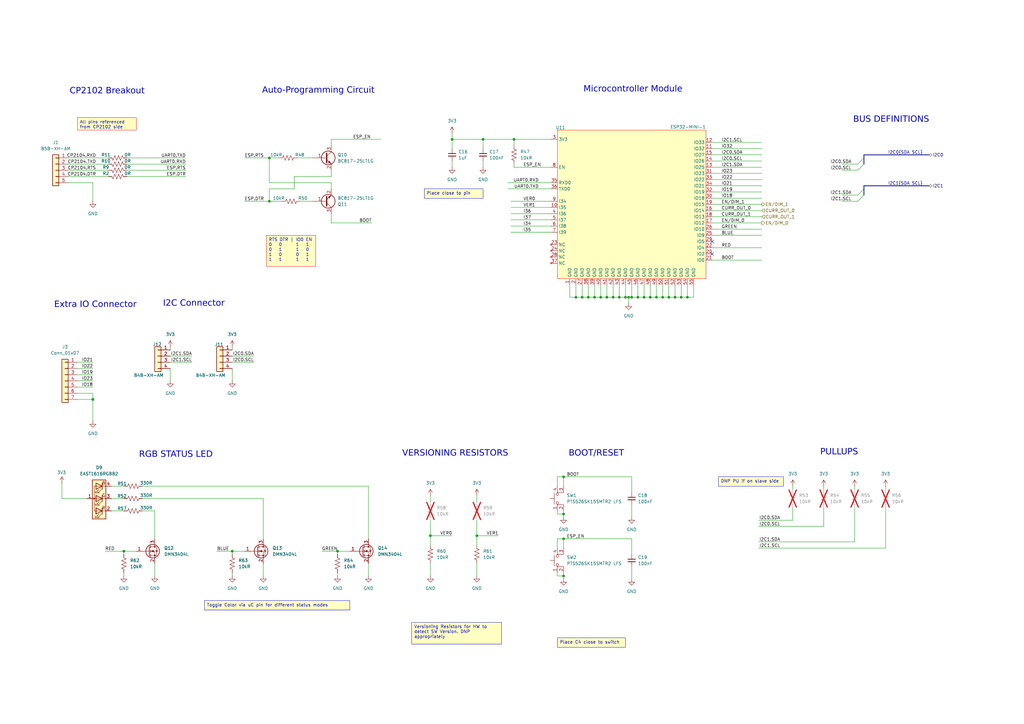
<source format=kicad_sch>
(kicad_sch (version 20231120) (generator "eeschema") (generator_version "8.0")
  (paper "A3")
  (title_block (title "${SHEETNAME}") (date "2024-11-13") (rev "1.2.0") (company "Demeter") (comment 1 "Akshat Doctor"))
  (lib_symbols
    (symbol "Connector_Generic:Conn_01x04" (pin_names (offset 1.016) hide)
      (property "Reference" "J" (at 0 5.08 0))
      (property "Value" "Conn_01x04" (at 0 -7.62 0))
      (symbol "Conn_01x04_1_1"
        (pin passive line (at -5.08 2.54 0) (length 3.81) (name "Pin_1") (number "1"))
        (pin passive line (at -5.08 0 0) (length 3.81) (name "Pin_2") (number "2"))
        (pin passive line (at -5.08 -2.54 0) (length 3.81) (name "Pin_3") (number "3"))
        (pin passive line (at -5.08 -5.08 0) (length 3.81) (name "Pin_4") (number "4"))
      )
    )
    (symbol "Connector_Generic:Conn_01x05" (pin_names (offset 1.016) hide)
      (property "Reference" "J" (at 0 7.62 0))
      (property "Value" "Conn_01x05" (at 0 -7.62 0))
      (symbol "Conn_01x05_1_1"
        (pin passive line (at -5.08 5.08 0) (length 3.81) (name "Pin_1") (number "1"))
        (pin passive line (at -5.08 2.54 0) (length 3.81) (name "Pin_2") (number "2"))
        (pin passive line (at -5.08 0 0) (length 3.81) (name "Pin_3") (number "3"))
        (pin passive line (at -5.08 -2.54 0) (length 3.81) (name "Pin_4") (number "4"))
        (pin passive line (at -5.08 -5.08 0) (length 3.81) (name "Pin_5") (number "5"))
      )
    )
    (symbol "Connector_Generic:Conn_01x07" (pin_names (offset 1.016) hide)
      (property "Reference" "J" (at 0 10.16 0))
      (property "Value" "Conn_01x07" (at 0 -10.16 0))
      (symbol "Conn_01x07_1_1"
        (pin passive line (at -5.08 7.62 0) (length 3.81) (name "Pin_1") (number "1"))
        (pin passive line (at -5.08 5.08 0) (length 3.81) (name "Pin_2") (number "2"))
        (pin passive line (at -5.08 2.54 0) (length 3.81) (name "Pin_3") (number "3"))
        (pin passive line (at -5.08 0 0) (length 3.81) (name "Pin_4") (number "4"))
        (pin passive line (at -5.08 -2.54 0) (length 3.81) (name "Pin_5") (number "5"))
        (pin passive line (at -5.08 -5.08 0) (length 3.81) (name "Pin_6") (number "6"))
        (pin passive line (at -5.08 -7.62 0) (length 3.81) (name "Pin_7") (number "7"))
      )
    )
    (symbol "Demeter_Extra:ESP32-MINI-1"
      (property "Reference" "U" (at 1.016 61.976 0))
      (property "Value" "ESP32-MINI-1" (at 53.594 61.976 0))
      (symbol "ESP32-MINI-1_1_1"
        (pin passive line (at 5.08 -2.54 90) (length 2.54) (name "GND") (number "1"))
        (pin passive line (at -2.54 29.21 0) (length 2.54) (name "I35") (number "10"))
        (pin passive line (at 63.5 53.34 180) (length 2.54) (name "IO32") (number "11"))
        (pin passive line (at 63.5 55.88 180) (length 2.54) (name "IO33") (number "12"))
        (pin passive line (at 63.5 45.72 180) (length 2.54) (name "IO25") (number "13"))
        (pin passive line (at 63.5 48.26 180) (length 2.54) (name "IO26") (number "14"))
        (pin passive line (at 63.5 50.8 180) (length 2.54) (name "IO27") (number "15"))
        (pin passive line (at 63.5 27.94 180) (length 2.54) (name "IO14") (number "16"))
        (pin passive line (at 63.5 22.86 180) (length 2.54) (name "IO12") (number "17"))
        (pin passive line (at 63.5 25.4 180) (length 2.54) (name "IO13") (number "18"))
        (pin passive line (at 63.5 30.48 180) (length 2.54) (name "IO15") (number "19"))
        (pin passive line (at 7.62 -2.54 90) (length 2.54) (name "GND") (number "2"))
        (pin passive line (at 63.5 10.16 180) (length 2.54) (name "IO2") (number "20"))
        (pin passive line (at 63.5 7.62 180) (length 2.54) (name "IO0") (number "21"))
        (pin passive line (at 63.5 12.7 180) (length 2.54) (name "IO4") (number "22"))
        (pin no_connect line (at -2.54 13.97 0) (length 2.54) (name "NC") (number "23"))
        (pin no_connect line (at -2.54 11.43 0) (length 2.54) (name "NC") (number "24"))
        (pin passive line (at 63.5 17.78 180) (length 2.54) (name "IO9") (number "25"))
        (pin passive line (at 63.5 20.32 180) (length 2.54) (name "IO10") (number "26"))
        (pin passive line (at 10.16 -2.54 90) (length 2.54) (name "GND") (number "27"))
        (pin no_connect line (at -2.54 8.89 0) (length 2.54) (name "NC") (number "28"))
        (pin passive line (at 63.5 15.24 180) (length 2.54) (name "IO5") (number "29"))
        (pin passive line (at -2.54 57.15 0) (length 2.54) (name "3V3") (number "3"))
        (pin passive line (at 63.5 33.02 180) (length 2.54) (name "IO18") (number "30"))
        (pin passive line (at 63.5 43.18 180) (length 2.54) (name "IO23") (number "31"))
        (pin passive line (at 63.5 35.56 180) (length 2.54) (name "IO19") (number "32"))
        (pin passive line (at 63.5 40.64 180) (length 2.54) (name "IO22") (number "33"))
        (pin passive line (at 63.5 38.1 180) (length 2.54) (name "IO21") (number "34"))
        (pin passive line (at -2.54 39.37 0) (length 2.54) (name "RXD0") (number "35"))
        (pin passive line (at -2.54 36.83 0) (length 2.54) (name "TXD0") (number "36"))
        (pin no_connect line (at -2.54 6.35 0) (length 2.54) (name "NC") (number "37"))
        (pin passive line (at 12.7 -2.54 90) (length 2.54) (name "GND") (number "38"))
        (pin passive line (at 15.24 -2.54 90) (length 2.54) (name "GND") (number "39"))
        (pin passive line (at -2.54 26.67 0) (length 2.54) (name "I36") (number "4"))
        (pin passive line (at 17.78 -2.54 90) (length 2.54) (name "GND") (number "40"))
        (pin passive line (at 20.32 -2.54 90) (length 2.54) (name "GND") (number "41"))
        (pin passive line (at 22.86 -2.54 90) (length 2.54) (name "GND") (number "42"))
        (pin passive line (at 25.4 -2.54 90) (length 2.54) (name "GND") (number "43"))
        (pin passive line (at 27.94 -2.54 90) (length 2.54) (name "GND") (number "44"))
        (pin passive line (at 30.48 -2.54 90) (length 2.54) (name "GND") (number "45"))
        (pin passive line (at 33.02 -2.54 90) (length 2.54) (name "GND") (number "46"))
        (pin passive line (at 35.56 -2.54 90) (length 2.54) (name "GND") (number "47"))
        (pin passive line (at 38.1 -2.54 90) (length 2.54) (name "GND") (number "48"))
        (pin passive line (at 40.64 -2.54 90) (length 2.54) (name "GND") (number "49"))
        (pin passive line (at -2.54 24.13 0) (length 2.54) (name "I37") (number "5"))
        (pin passive line (at 43.18 -2.54 90) (length 2.54) (name "GND") (number "50"))
        (pin passive line (at 45.72 -2.54 90) (length 2.54) (name "GND") (number "51"))
        (pin passive line (at 48.26 -2.54 90) (length 2.54) (name "GND") (number "52"))
        (pin passive line (at 50.8 -2.54 90) (length 2.54) (name "GND") (number "53"))
        (pin passive line (at 53.34 -2.54 90) (length 2.54) (name "GND") (number "54"))
        (pin passive line (at 55.88 -2.54 90) (length 2.54) (name "GND") (number "55"))
        (pin passive line (at -2.54 21.59 0) (length 2.54) (name "I38") (number "6"))
        (pin passive line (at -2.54 19.05 0) (length 2.54) (name "I39") (number "7"))
        (pin passive line (at -2.54 45.72 0) (length 2.54) (name "EN") (number "8"))
        (pin passive line (at -2.54 31.75 0) (length 2.54) (name "I34") (number "9"))
      )
    )
    (symbol "Device:C_Small" (pin_numbers hide) (pin_names (offset 0.254) hide)
      (property "Reference" "C" (at 0.254 1.778 0))
      (property "Value" "C_Small" (at 0.254 -2.032 0))
      (symbol "C_Small_1_1"
        (pin passive line (at 0 2.54 270) (length 2.032) (name "~") (number "1"))
        (pin passive line (at 0 -2.54 90) (length 2.032) (name "~") (number "2"))
      )
    )
    (symbol "Device:LED_ARGB" (pin_names (offset 0) hide)
      (property "Reference" "D" (at 0 9.398 0))
      (property "Value" "LED_ARGB" (at 0 -8.89 0))
      (symbol "LED_ARGB_0_0"
        (text "B" (at -1.905 -6.35 0) (effects (font (size 1.27 1.27))))
        (text "G" (at -1.905 -1.27 0) (effects (font (size 1.27 1.27))))
        (text "R" (at -1.905 3.81 0) (effects (font (size 1.27 1.27))))
      )
      (symbol "LED_ARGB_1_1"
        (pin passive line (at 5.08 0 180) (length 2.54) (name "A") (number "1"))
        (pin passive line (at -5.08 5.08 0) (length 2.54) (name "RK") (number "2"))
        (pin passive line (at -5.08 0 0) (length 2.54) (name "GK") (number "3"))
        (pin passive line (at -5.08 -5.08 0) (length 2.54) (name "BK") (number "4"))
      )
    )
    (symbol "Device:R_US" (pin_numbers hide) (pin_names (offset 0))
      (property "Reference" "R" (at 2.54 0 90))
      (property "Value" "R_US" (at -2.54 0 90))
      (symbol "R_US_1_1"
        (pin passive line (at 0 3.81 270) (length 1.27) (name "~") (number "1"))
        (pin passive line (at 0 -3.81 90) (length 1.27) (name "~") (number "2"))
      )
    )
    (symbol "Switch:SW_MEC_5E" (pin_names (offset 1.016) hide)
      (property "Reference" "SW" (at 0.635 5.715 0))
      (property "Value" "SW_MEC_5E" (at 0 -3.175 0))
      (symbol "SW_MEC_5E_0_1"
        (pin passive line (at -5.08 2.54 0) (length 2.54) (name "1") (number "1"))
        (pin passive line (at -5.08 0 0) (length 2.54) (name "2") (number "2"))
        (pin passive line (at 5.08 0 180) (length 2.54) (name "K") (number "3"))
        (pin passive line (at 5.08 2.54 180) (length 2.54) (name "A") (number "4"))
      )
    )
    (symbol "Transistor_BJT:BC817" (pin_names (offset 0) hide)
      (property "Reference" "Q" (at 5.08 1.905 0))
      (property "Value" "BC817" (at 5.08 0 0))
      (symbol "BC817_1_1"
        (pin input line (at -5.08 0 0) (length 5.715) (name "B") (number "1"))
        (pin passive line (at 2.54 -5.08 90) (length 2.54) (name "E") (number "2"))
        (pin passive line (at 2.54 5.08 270) (length 2.54) (name "C") (number "3"))
      )
    )
    (symbol "Transistor_FET:DMN3404L" (pin_names hide)
      (property "Reference" "Q" (at 5.08 1.905 0))
      (property "Value" "DMN3404L" (at 5.08 0 0))
      (symbol "DMN3404L_1_1"
        (pin input line (at -5.08 0 0) (length 2.54) (name "G") (number "1"))
        (pin passive line (at 2.54 -5.08 90) (length 2.54) (name "S") (number "2"))
        (pin passive line (at 2.54 5.08 270) (length 2.54) (name "D") (number "3"))
      )
    )
    (symbol "power:+3V3" (power) (pin_numbers hide) (pin_names (offset 0) hide)
      (property "Value" "+3V3" (at 0 3.556 0))
      (symbol "+3V3_1_1"
        (pin power_in line (at 0 0 90) (length 0) (name "~") (number "1"))
      )
    )
    (symbol "power:GND" (power) (pin_numbers hide) (pin_names (offset 0) hide)
      (property "Value" "GND" (at 0 -3.81 0))
      (symbol "GND_1_1"
        (pin power_in line (at 0 0 270) (length 0) (name "~") (number "1"))
      )
    )
    (symbol "power:VBUS" (power) (pin_numbers hide) (pin_names (offset 0) hide)
      (property "Value" "VBUS" (at 0 3.556 0))
      (symbol "VBUS_1_1"
        (pin power_in line (at 0 0 90) (length 0) (name "~") (number "1"))
      )
    )
  )
  (junction (at 231.14 210.82))
  (junction (at 251.46 121.92))
  (junction (at 138.43 226.06))
  (junction (at 241.3 121.92))
  (junction (at 185.42 57.15))
  (junction (at 269.24 121.92))
  (junction (at 243.84 121.92))
  (junction (at 257.81 121.92))
  (junction (at 50.8 226.06))
  (junction (at 210.82 57.15))
  (junction (at 266.7 121.92))
  (junction (at 281.94 121.92))
  (junction (at 231.14 195.58))
  (junction (at 176.53 219.71))
  (junction (at 259.08 121.92))
  (junction (at 110.49 64.77))
  (junction (at 274.32 121.92))
  (junction (at 238.76 121.92))
  (junction (at 198.12 57.15))
  (junction (at 256.54 121.92))
  (junction (at 246.38 121.92))
  (junction (at 279.4 121.92))
  (junction (at 261.62 121.92))
  (junction (at 254 121.92))
  (junction (at 276.86 121.92))
  (junction (at 231.14 220.98))
  (junction (at 264.16 121.92))
  (junction (at 110.49 82.55))
  (junction (at 195.58 219.71))
  (junction (at 271.78 121.92))
  (junction (at 231.14 236.22))
  (junction (at 95.25 226.06))
  (junction (at 248.92 121.92))
  (junction (at 38.1 163.83))
  (junction (at 236.22 121.92))
  (no_connect (at 292.1 99.06))
  (no_connect (at 292.1 104.14))
  (bus_entry (at 354.33 77.47) (size -2.54 2.54))
  (bus_entry (at 354.33 64.77) (size -2.54 2.54))
  (bus_entry (at 354.33 67.31) (size -2.54 2.54))
  (bus_entry (at 354.33 80.01) (size -2.54 2.54))
  (wire (pts (xy 38.1 161.29) (xy 38.1 163.83)))
  (wire (pts (xy 228.6 209.55) (xy 228.6 210.82)))
  (wire (pts (xy 264.16 121.92) (xy 266.7 121.92)))
  (wire (pts (xy 45.72 199.39) (xy 50.8 199.39)))
  (wire (pts (xy 236.22 121.92) (xy 238.76 121.92)))
  (wire (pts (xy 135.89 72.39) (xy 135.89 69.85)))
  (wire (pts (xy 311.15 215.9) (xy 337.82 215.9)))
  (wire (pts (xy 279.4 121.92) (xy 281.94 121.92)))
  (wire (pts (xy 292.1 101.6) (xy 312.42 101.6)))
  (wire (pts (xy 110.49 64.77) (xy 110.49 74.93)))
  (wire (pts (xy 259.08 195.58) (xy 259.08 201.93)))
  (wire (pts (xy 259.08 207.01) (xy 259.08 212.09)))
  (wire (pts (xy 246.38 121.92) (xy 248.92 121.92)))
  (wire (pts (xy 292.1 86.36) (xy 312.42 86.36)))
  (wire (pts (xy 261.62 121.92) (xy 264.16 121.92)))
  (wire (pts (xy 292.1 88.9) (xy 312.42 88.9)))
  (wire (pts (xy 95.25 142.24) (xy 95.25 143.51)))
  (wire (pts (xy 110.49 77.47) (xy 120.65 77.47)))
  (wire (pts (xy 45.72 209.55) (xy 50.8 209.55)))
  (wire (pts (xy 350.52 199.39) (xy 350.52 200.66)))
  (wire (pts (xy 209.55 90.17) (xy 226.06 90.17)))
  (wire (pts (xy 69.85 151.13) (xy 69.85 156.21)))
  (wire (pts (xy 345.44 69.85) (xy 351.79 69.85)))
  (wire (pts (xy 228.6 224.79) (xy 228.6 220.98)))
  (wire (pts (xy 195.58 231.14) (xy 195.58 236.22)))
  (wire (pts (xy 135.89 59.69) (xy 135.89 57.15)))
  (wire (pts (xy 31.75 153.67) (xy 38.1 153.67)))
  (wire (pts (xy 31.75 151.13) (xy 38.1 151.13)))
  (wire (pts (xy 78.74 148.59) (xy 69.85 148.59)))
  (wire (pts (xy 210.82 67.31) (xy 210.82 68.58)))
  (bus (pts (xy 354.33 77.47) (xy 354.33 80.01)))
  (wire (pts (xy 228.6 236.22) (xy 231.14 236.22)))
  (wire (pts (xy 176.53 203.2) (xy 176.53 205.74)))
  (wire (pts (xy 52.07 72.39) (xy 76.2 72.39)))
  (wire (pts (xy 121.92 64.77) (xy 128.27 64.77)))
  (wire (pts (xy 231.14 236.22) (xy 231.14 234.95)))
  (wire (pts (xy 107.95 231.14) (xy 107.95 236.22)))
  (bus (pts (xy 354.33 63.5) (xy 354.33 64.77)))
  (wire (pts (xy 254 121.92) (xy 256.54 121.92)))
  (wire (pts (xy 345.44 67.31) (xy 351.79 67.31)))
  (wire (pts (xy 210.82 68.58) (xy 226.06 68.58)))
  (wire (pts (xy 292.1 63.5) (xy 312.42 63.5)))
  (bus (pts (xy 354.33 76.2) (xy 381 76.2)))
  (wire (pts (xy 52.07 64.77) (xy 76.2 64.77)))
  (wire (pts (xy 231.14 199.39) (xy 231.14 195.58)))
  (wire (pts (xy 256.54 121.92) (xy 257.81 121.92)))
  (wire (pts (xy 195.58 203.2) (xy 195.58 205.74)))
  (wire (pts (xy 209.55 87.63) (xy 226.06 87.63)))
  (wire (pts (xy 210.82 57.15) (xy 210.82 59.69)))
  (wire (pts (xy 135.89 87.63) (xy 135.89 91.44)))
  (wire (pts (xy 63.5 231.14) (xy 63.5 236.22)))
  (wire (pts (xy 25.4 198.12) (xy 25.4 204.47)))
  (wire (pts (xy 138.43 226.06) (xy 138.43 227.33)))
  (wire (pts (xy 38.1 163.83) (xy 38.1 172.72)))
  (wire (pts (xy 276.86 121.92) (xy 279.4 121.92)))
  (wire (pts (xy 292.1 73.66) (xy 312.42 73.66)))
  (wire (pts (xy 292.1 60.96) (xy 312.42 60.96)))
  (bus (pts (xy 354.33 63.5) (xy 381 63.5)))
  (wire (pts (xy 52.07 67.31) (xy 76.2 67.31)))
  (wire (pts (xy 198.12 57.15) (xy 210.82 57.15)))
  (wire (pts (xy 27.94 67.31) (xy 44.45 67.31)))
  (wire (pts (xy 231.14 212.09) (xy 231.14 210.82)))
  (wire (pts (xy 95.25 234.95) (xy 95.25 236.22)))
  (wire (pts (xy 31.75 156.21) (xy 38.1 156.21)))
  (wire (pts (xy 243.84 121.92) (xy 246.38 121.92)))
  (wire (pts (xy 110.49 82.55) (xy 110.49 77.47)))
  (wire (pts (xy 292.1 78.74) (xy 312.42 78.74)))
  (wire (pts (xy 292.1 66.04) (xy 312.42 66.04)))
  (wire (pts (xy 185.42 57.15) (xy 198.12 57.15)))
  (wire (pts (xy 195.58 219.71) (xy 204.47 219.71)))
  (wire (pts (xy 266.7 116.84) (xy 266.7 121.92)))
  (wire (pts (xy 238.76 116.84) (xy 238.76 121.92)))
  (wire (pts (xy 107.95 204.47) (xy 107.95 220.98)))
  (wire (pts (xy 276.86 116.84) (xy 276.86 121.92)))
  (wire (pts (xy 50.8 226.06) (xy 50.8 227.33)))
  (wire (pts (xy 58.42 199.39) (xy 151.13 199.39)))
  (wire (pts (xy 350.52 222.25) (xy 350.52 208.28)))
  (wire (pts (xy 233.68 116.84) (xy 233.68 121.92)))
  (wire (pts (xy 269.24 116.84) (xy 269.24 121.92)))
  (wire (pts (xy 120.65 72.39) (xy 135.89 72.39)))
  (wire (pts (xy 95.25 226.06) (xy 100.33 226.06)))
  (wire (pts (xy 259.08 121.92) (xy 261.62 121.92)))
  (wire (pts (xy 271.78 121.92) (xy 274.32 121.92)))
  (wire (pts (xy 50.8 226.06) (xy 55.88 226.06)))
  (wire (pts (xy 292.1 96.52) (xy 312.42 96.52)))
  (wire (pts (xy 248.92 116.84) (xy 248.92 121.92)))
  (wire (pts (xy 110.49 74.93) (xy 135.89 74.93)))
  (wire (pts (xy 95.25 226.06) (xy 95.25 227.33)))
  (wire (pts (xy 311.15 213.36) (xy 325.12 213.36)))
  (wire (pts (xy 27.94 64.77) (xy 44.45 64.77)))
  (wire (pts (xy 246.38 116.84) (xy 246.38 121.92)))
  (wire (pts (xy 231.14 237.49) (xy 231.14 236.22)))
  (wire (pts (xy 292.1 83.82) (xy 312.42 83.82)))
  (wire (pts (xy 58.42 204.47) (xy 107.95 204.47)))
  (bus (pts (xy 354.33 64.77) (xy 354.33 67.31)))
  (wire (pts (xy 31.75 158.75) (xy 38.1 158.75)))
  (wire (pts (xy 241.3 121.92) (xy 243.84 121.92)))
  (wire (pts (xy 100.33 64.77) (xy 110.49 64.77)))
  (wire (pts (xy 292.1 93.98) (xy 312.42 93.98)))
  (wire (pts (xy 138.43 226.06) (xy 143.51 226.06)))
  (wire (pts (xy 228.6 220.98) (xy 231.14 220.98)))
  (wire (pts (xy 209.55 85.09) (xy 226.06 85.09)))
  (wire (pts (xy 135.89 91.44) (xy 152.4 91.44)))
  (wire (pts (xy 88.9 226.06) (xy 95.25 226.06)))
  (wire (pts (xy 176.53 219.71) (xy 185.42 219.71)))
  (wire (pts (xy 231.14 210.82) (xy 231.14 209.55)))
  (wire (pts (xy 281.94 121.92) (xy 284.48 121.92)))
  (wire (pts (xy 195.58 213.36) (xy 195.58 219.71)))
  (wire (pts (xy 363.22 199.39) (xy 363.22 200.66)))
  (wire (pts (xy 228.6 234.95) (xy 228.6 236.22)))
  (wire (pts (xy 337.82 199.39) (xy 337.82 200.66)))
  (wire (pts (xy 198.12 57.15) (xy 198.12 60.96)))
  (wire (pts (xy 78.74 146.05) (xy 69.85 146.05)))
  (wire (pts (xy 104.14 146.05) (xy 95.25 146.05)))
  (wire (pts (xy 123.19 82.55) (xy 128.27 82.55)))
  (wire (pts (xy 238.76 121.92) (xy 241.3 121.92)))
  (wire (pts (xy 259.08 220.98) (xy 259.08 227.33)))
  (wire (pts (xy 292.1 91.44) (xy 312.42 91.44)))
  (wire (pts (xy 176.53 213.36) (xy 176.53 219.71)))
  (wire (pts (xy 195.58 223.52) (xy 195.58 219.71)))
  (wire (pts (xy 208.28 74.93) (xy 226.06 74.93)))
  (wire (pts (xy 259.08 116.84) (xy 259.08 121.92)))
  (wire (pts (xy 31.75 148.59) (xy 38.1 148.59)))
  (wire (pts (xy 209.55 92.71) (xy 226.06 92.71)))
  (wire (pts (xy 210.82 57.15) (xy 226.06 57.15)))
  (wire (pts (xy 236.22 116.84) (xy 236.22 121.92)))
  (wire (pts (xy 228.6 199.39) (xy 228.6 195.58)))
  (wire (pts (xy 135.89 57.15) (xy 156.21 57.15)))
  (wire (pts (xy 104.14 148.59) (xy 95.25 148.59)))
  (wire (pts (xy 31.75 161.29) (xy 38.1 161.29)))
  (wire (pts (xy 292.1 76.2) (xy 312.42 76.2)))
  (wire (pts (xy 274.32 116.84) (xy 274.32 121.92)))
  (wire (pts (xy 45.72 204.47) (xy 50.8 204.47)))
  (wire (pts (xy 292.1 68.58) (xy 312.42 68.58)))
  (wire (pts (xy 185.42 66.04) (xy 185.42 68.58)))
  (wire (pts (xy 63.5 220.98) (xy 63.5 209.55)))
  (wire (pts (xy 256.54 116.84) (xy 256.54 121.92)))
  (wire (pts (xy 43.18 226.06) (xy 50.8 226.06)))
  (wire (pts (xy 208.28 77.47) (xy 226.06 77.47)))
  (wire (pts (xy 345.44 80.01) (xy 351.79 80.01)))
  (wire (pts (xy 228.6 195.58) (xy 231.14 195.58)))
  (wire (pts (xy 311.15 224.79) (xy 363.22 224.79)))
  (wire (pts (xy 176.53 219.71) (xy 176.53 223.52)))
  (wire (pts (xy 38.1 74.93) (xy 38.1 82.55)))
  (wire (pts (xy 241.3 116.84) (xy 241.3 121.92)))
  (wire (pts (xy 284.48 121.92) (xy 284.48 116.84)))
  (wire (pts (xy 231.14 224.79) (xy 231.14 220.98)))
  (wire (pts (xy 264.16 116.84) (xy 264.16 121.92)))
  (wire (pts (xy 271.78 116.84) (xy 271.78 121.92)))
  (wire (pts (xy 248.92 121.92) (xy 251.46 121.92)))
  (wire (pts (xy 69.85 142.24) (xy 69.85 143.51)))
  (wire (pts (xy 185.42 57.15) (xy 185.42 60.96)))
  (wire (pts (xy 274.32 121.92) (xy 276.86 121.92)))
  (wire (pts (xy 231.14 195.58) (xy 259.08 195.58)))
  (wire (pts (xy 311.15 222.25) (xy 350.52 222.25)))
  (wire (pts (xy 257.81 121.92) (xy 259.08 121.92)))
  (wire (pts (xy 198.12 66.04) (xy 198.12 68.58)))
  (wire (pts (xy 259.08 232.41) (xy 259.08 237.49)))
  (wire (pts (xy 292.1 81.28) (xy 312.42 81.28)))
  (wire (pts (xy 251.46 121.92) (xy 254 121.92)))
  (wire (pts (xy 325.12 213.36) (xy 325.12 208.28)))
  (wire (pts (xy 269.24 121.92) (xy 271.78 121.92)))
  (wire (pts (xy 281.94 116.84) (xy 281.94 121.92)))
  (wire (pts (xy 138.43 234.95) (xy 138.43 236.22)))
  (wire (pts (xy 120.65 77.47) (xy 120.65 72.39)))
  (wire (pts (xy 243.84 116.84) (xy 243.84 121.92)))
  (wire (pts (xy 100.33 82.55) (xy 110.49 82.55)))
  (wire (pts (xy 228.6 210.82) (xy 231.14 210.82)))
  (bus (pts (xy 354.33 76.2) (xy 354.33 77.47)))
  (wire (pts (xy 27.94 69.85) (xy 44.45 69.85)))
  (wire (pts (xy 345.44 82.55) (xy 351.79 82.55)))
  (wire (pts (xy 176.53 231.14) (xy 176.53 236.22)))
  (wire (pts (xy 261.62 116.84) (xy 261.62 121.92)))
  (wire (pts (xy 35.56 204.47) (xy 25.4 204.47)))
  (wire (pts (xy 209.55 82.55) (xy 226.06 82.55)))
  (wire (pts (xy 132.08 226.06) (xy 138.43 226.06)))
  (wire (pts (xy 151.13 231.14) (xy 151.13 236.22)))
  (wire (pts (xy 58.42 209.55) (xy 63.5 209.55)))
  (wire (pts (xy 27.94 74.93) (xy 38.1 74.93)))
  (wire (pts (xy 151.13 199.39) (xy 151.13 220.98)))
  (wire (pts (xy 31.75 163.83) (xy 38.1 163.83)))
  (wire (pts (xy 231.14 220.98) (xy 259.08 220.98)))
  (wire (pts (xy 363.22 208.28) (xy 363.22 224.79)))
  (wire (pts (xy 114.3 64.77) (xy 110.49 64.77)))
  (wire (pts (xy 254 116.84) (xy 254 121.92)))
  (wire (pts (xy 209.55 95.25) (xy 226.06 95.25)))
  (wire (pts (xy 257.81 121.92) (xy 257.81 124.46)))
  (wire (pts (xy 292.1 71.12) (xy 312.42 71.12)))
  (wire (pts (xy 185.42 54.61) (xy 185.42 57.15)))
  (wire (pts (xy 135.89 74.93) (xy 135.89 77.47)))
  (wire (pts (xy 337.82 215.9) (xy 337.82 208.28)))
  (wire (pts (xy 27.94 72.39) (xy 44.45 72.39)))
  (wire (pts (xy 52.07 69.85) (xy 76.2 69.85)))
  (wire (pts (xy 251.46 116.84) (xy 251.46 121.92)))
  (wire (pts (xy 292.1 106.68) (xy 312.42 106.68)))
  (wire (pts (xy 325.12 199.39) (xy 325.12 200.66)))
  (wire (pts (xy 115.57 82.55) (xy 110.49 82.55)))
  (wire (pts (xy 292.1 58.42) (xy 312.42 58.42)))
  (wire (pts (xy 50.8 234.95) (xy 50.8 236.22)))
  (wire (pts (xy 266.7 121.92) (xy 269.24 121.92)))
  (wire (pts (xy 233.68 121.92) (xy 236.22 121.92)))
  (wire (pts (xy 279.4 116.84) (xy 279.4 121.92)))
  (wire (pts (xy 95.25 151.13) (xy 95.25 156.21)))
  (text_box "Place close to pin" (at 173.99 77.47 0) (size 24.13 3.81) (fill (type color) (color 255 255 194 1)) (effects (font (size 1.27 1.27)) (justify left top)))
  (text_box "Place C4 close to switch" (at 228.6 261.62 0) (size 27.94 3.81) (fill (type color) (color 255 255 194 1)) (effects (font (size 1.27 1.27)) (justify left top)))
  (text_box "Versioning Resistors for HW to detect SW Version. DNP appropriately" (at 168.91 255.27 0) (size 36.83 8.89) (fill (type color) (color 255 255 194 1)) (effects (font (size 1.27 1.27)) (justify left top)))
  (text_box "All pins referenced from CP2102 side" (at 31.75 48.26 0) (size 24.13 5.08) (stroke (width 0) (color 255 0 0 1)) (fill (type color) (color 255 255 194 1)) (effects (font (size 1.27 1.27)) (justify left top)))
  (text_box "RTS DTR | IO0 EN\n0   0      1   1\n0   1      1   0\n1   0      0   1\n1   1      1   1" (at 109.22 96.52 0) (size 20.32 12.7) (stroke (width 0) (color 255 0 0 1)) (fill (type color) (color 255 255 194 1)) (effects (font (size 1.27 1.27)) (justify left top)))
  (text_box "DNP PU if on slave side" (at 294.64 195.58 0) (size 26.67 3.81) (fill (type color) (color 255 255 194 1)) (effects (font (size 1.27 1.27)) (justify left top)))
  (text_box "Toggle Color via uC pin for different status modes" (at 83.82 246.38 0) (size 59.69 3.81) (fill (type color) (color 255 255 194 1)) (effects (font (size 1.27 1.27)) (justify left top)))
  (text "Auto-Programming Circuit\n" (at 130.556 37.846 0) (effects (font (size 2.54 2.54))))
  (text "I2C Connector\n" (at 79.502 125.222 0) (effects (font (size 2.54 2.54))))
  (text "CP2102 Breakout\n" (at 43.942 38.1 0) (effects (font (size 2.54 2.54))))
  (text "Extra IO Connector\n" (at 39.116 125.73 0) (effects (font (size 2.54 2.54))))
  (text "RGB STATUS LED" (at 72.136 187.198 0) (effects (font (size 2.54 2.54))))
  (text "VERSIONING RESISTORS\n" (at 186.69 186.69 0) (effects (font (size 2.54 2.54))))
  (text "Microcontroller Module" (at 259.588 37.338 0) (effects (font (size 2.54 2.54))))
  (text "BOOT/RESET" (at 244.602 186.69 0) (effects (font (size 2.54 2.54))))
  (text "PULLUPS\n" (at 344.17 186.182 0) (effects (font (size 2.54 2.54))))
  (text "BUS DEFINITIONS" (at 365.506 49.784 0) (effects (font (size 2.54 2.54))))
  (label "BOOT" (at 147.32 91.44 0))
  (label "I2C1.SDA" (at 78.74 146.05 180))
  (label "I35" (at 214.63 95.25 0))
  (label "IO23" (at 38.1 156.21 180))
  (label "VER0" (at 185.42 219.71 180))
  (label "IO19" (at 295.91 78.74 0))
  (label "CURR_OUT_1" (at 295.91 88.9 0))
  (label "I2C1.SCL" (at 78.74 148.59 180))
  (label "CP2104.RTS" (at 39.37 69.85 180))
  (label "RED" (at 295.91 101.6 0))
  (label "EN{slash}DIM_0" (at 295.91 91.44 0))
  (label "I2C0.SDA" (at 104.14 146.05 180))
  (label "ESP_EN" (at 214.63 68.58 0))
  (label "ESP.RTS" (at 76.2 69.85 180))
  (label "CP2104.TXD" (at 39.37 67.31 180))
  (label "IO19" (at 38.1 153.67 180))
  (label "IO18" (at 38.1 158.75 180))
  (label "GREEN" (at 295.91 93.98 0))
  (label "IO21" (at 38.1 148.59 180))
  (label "GREEN" (at 138.43 226.06 180))
  (label "I2C0.SCL" (at 104.14 148.59 180))
  (label "IO23" (at 295.91 71.12 0))
  (label "UART0.TXD" (at 76.2 64.77 180))
  (label "UART0.RXD" (at 76.2 67.31 180))
  (label "ESP_EN" (at 232.41 220.98 0))
  (label "ESP.DTR" (at 76.2 72.39 180))
  (label "I2C1.SCL" (at 295.91 58.42 0))
  (label "I2C0.SDA" (at 320.04 213.36 180))
  (label "IO22" (at 295.91 73.66 0))
  (label "I2C1.SDA" (at 349.25 80.01 180))
  (label "I2C1.SDA" (at 320.04 222.25 180))
  (label "VER1" (at 214.63 85.09 0))
  (label "VER0" (at 214.63 82.55 0))
  (label "IO32" (at 295.91 60.96 0))
  (label "I2C1.SCL" (at 349.25 82.55 180))
  (label "I2C0.SCL" (at 320.04 215.9 180))
  (label "IO18" (at 295.91 81.28 0))
  (label "BOOT" (at 232.41 195.58 0))
  (label "I37" (at 214.63 90.17 0))
  (label "ESP_EN" (at 144.78 57.15 0))
  (label "ESP.DTR" (at 100.33 82.55 0))
  (label "I2C0.SDA" (at 295.91 63.5 0))
  (label "I2C1.SDA" (at 295.91 68.58 0))
  (label "I34" (at 214.63 92.71 0))
  (label "I2C0.SDA" (at 349.25 67.31 180))
  (label "UART0.RXD" (at 220.98 74.93 180))
  (label "BLUE" (at 93.98 226.06 180))
  (label "I2C1.SCL" (at 320.04 224.79 180))
  (label "I2C1{SDA SCL}" (at 378.46 76.2 180))
  (label "I36" (at 214.63 87.63 0))
  (label "IO22" (at 38.1 151.13 180))
  (label "CP2104.DTR" (at 39.37 72.39 180))
  (label "I2C0{SDA SCL}" (at 378.46 63.5 180))
  (label "BLUE" (at 295.91 96.52 0))
  (label "I2C0.SCL" (at 295.91 66.04 0))
  (label "RED" (at 46.99 226.06 180))
  (label "IO21" (at 295.91 76.2 0))
  (label "UART0.TXD" (at 220.98 77.47 180))
  (label "CP2104.RXD" (at 39.37 64.77 180))
  (label "I2C0.SCL" (at 349.25 69.85 180))
  (label "EN{slash}DIM_1" (at 295.91 83.82 0))
  (label "BOOT" (at 295.91 106.68 0))
  (label "CURR_OUT_0" (at 295.91 86.36 0))
  (label "VER1" (at 204.47 219.71 180))
  (label "ESP.RTS" (at 100.33 64.77 0))
  (hierarchical_label "I2C0" (shape bidirectional) (at 381 63.5 0))
  (hierarchical_label "EN{slash}DIM_1" (shape output) (at 312.42 83.82 0))
  (hierarchical_label "CURR_OUT_0" (shape input) (at 312.42 86.36 0))
  (hierarchical_label "EN{slash}DIM_0" (shape output) (at 312.42 91.44 0))
  (hierarchical_label "I2C1" (shape bidirectional) (at 381 76.2 0))
  (hierarchical_label "CURR_OUT_1" (shape input) (at 312.42 88.9 0))
  (symbol (lib_id "power:GND") (at 50.8 236.22 0) (unit 1)
    (property "Reference" "#PWR0128" (effects (hide yes)))
    (property "Value" "GND" (at 50.8 241.3 0))
    (property "Description" "Power symbol creates a global label with name \"GND\" , ground" (effects (hide yes)))
  )
  (symbol (lib_id "Device:R_US") (at 48.26 64.77 270) (mirror x) (unit 1)
    (property "Reference" "R11" (at 43.434 63.5 90))
    (property "Value" "0R" (at 52.324 63.5 90))
    (property "Footprint" "Resistor_SMD:R_0603_1608Metric" (effects (hide yes)))
    (property "Description" "Resistor, US symbol" (effects (hide yes)))
    (property "Part Number" "RC0603FR-070RL" (effects (hide yes)))
  )
  (symbol (lib_id "power:GND") (at 259.08 212.09 0) (unit 1)
    (property "Reference" "#PWR0127" (effects (hide yes)))
    (property "Value" "GND" (at 259.08 217.17 0))
    (property "Description" "Power symbol creates a global label with name \"GND\" , ground" (effects (hide yes)))
  )
  (symbol (lib_id "power:GND") (at 185.42 68.58 0) (unit 1)
    (property "Reference" "#PWR0115" (effects (hide yes)))
    (property "Value" "GND" (at 185.42 73.66 0))
    (property "Description" "Power symbol creates a global label with name \"GND\" , ground" (effects (hide yes)))
  )
  (symbol (lib_id "power:GND") (at 38.1 82.55 0) (mirror y) (unit 1)
    (property "Reference" "#PWR0117" (effects (hide yes)))
    (property "Value" "GND" (at 38.1 87.63 0))
    (property "Description" "Power symbol creates a global label with name \"GND\" , ground" (effects (hide yes)))
  )
  (symbol (lib_id "power:GND") (at 151.13 236.22 0) (unit 1)
    (property "Reference" "#PWR0133" (effects (hide yes)))
    (property "Value" "GND" (at 151.13 241.3 0))
    (property "Description" "Power symbol creates a global label with name \"GND\" , ground" (effects (hide yes)))
  )
  (symbol (lib_id "Demeter_Extra:ESP32-MINI-1") (at 228.6 114.3 0) (unit 1)
    (property "Reference" "U11" (at 229.87 52.324 0))
    (property "Value" "ESP32-MINI-1" (at 282.194 52.07 0))
    (property "Footprint" "ESP32-MINI-1" (effects (hide yes)))
    (property "Datasheet" "https://www.espressif.com/sites/default/files/documentation/esp32-mini-1_datasheet_en.pdf" (effects (hide yes)))
    (property "Description" "RF Module, ESP32-S3 SoC, Wi-Fi 802.11b/g/n, Bluetooth, BLE, 32-bit, 3.3V, SMD, onboard antenna" (effects (hide yes)))
  )
  (symbol (lib_id "Connector_Generic:Conn_01x04") (at 64.77 146.05 0) (mirror y) (unit 1)
    (property "Reference" "J12" (at 66.294 141.224 0) (effects (justify left)))
    (property "Value" "B4B-XH-AM" (at 67.056 153.924 0) (effects (justify left)))
    (property "Footprint" "Connector_JST:JST_XH_B4B-XH-AM_1x04_P2.50mm_Vertical" (effects (hide yes)))
    (property "Description" "Generic connector, single row, 01x04, script generated (kicad-library-utils/schlib/autogen/connector/)" (effects (hide yes)))
    (property "Part Number" "B4B-XH-AM " (effects (hide yes)))
  )
  (symbol (lib_id "power:VBUS") (at 195.58 203.2 0) (mirror y) (unit 1)
    (property "Reference" "#PWR0125" (effects (hide yes)))
    (property "Value" "3V3" (at 195.58 198.12 0))
    (property "Description" "Power symbol creates a global label with name \"VBUS\"" (effects (hide yes)))
  )
  (symbol (lib_id "Device:C_Small") (at 185.42 63.5 0) (unit 1)
    (property "Reference" "C16" (at 187.96 62.2362 0) (effects (justify left)))
    (property "Value" "1uF" (at 187.96 64.7762 0) (effects (justify left)))
    (property "Footprint" "Capacitor_SMD:C_1206_3216Metric" (effects (hide yes)))
    (property "Description" "Unpolarized capacitor, small symbol" (effects (hide yes)))
    (property "Part Number" "CL31B105KCHNNNE " (effects (hide yes)))
  )
  (symbol (lib_id "Device:R_US") (at 176.53 227.33 0) (unit 1)
    (property "Reference" "R60" (at 179.07 226.0599 0) (effects (justify left)))
    (property "Value" "10kR" (at 179.07 228.5999 0) (effects (justify left)))
    (property "Footprint" "Resistor_SMD:R_0603_1608Metric" (effects (hide yes)))
    (property "Description" "Resistor, US symbol" (effects (hide yes)))
    (property "Part Number" "RC0603FR-0710KL" (effects (hide yes)))
  )
  (symbol (lib_id "power:VBUS") (at 69.85 142.24 0) (unit 1)
    (property "Reference" "#PWR0144" (effects (hide yes)))
    (property "Value" "3V3" (at 69.85 137.16 0))
    (property "Description" "Power symbol creates a global label with name \"VBUS\"" (effects (hide yes)))
  )
  (symbol (lib_id "Device:R_US") (at 138.43 231.14 0) (unit 1)
    (property "Reference" "R64" (at 140.97 229.8699 0) (effects (justify left)))
    (property "Value" "10kR" (at 140.97 232.4099 0) (effects (justify left)))
    (property "Footprint" "Resistor_SMD:R_0603_1608Metric" (effects (hide yes)))
    (property "Description" "Resistor, US symbol" (effects (hide yes)))
    (property "Part Number" "RC0603FR-0710KL" (effects (hide yes)))
  )
  (symbol (lib_id "power:+3V3") (at 25.4 198.12 0) (unit 1)
    (property "Reference" "#PWR0119" (effects (hide yes)))
    (property "Value" "3V3" (at 23.368 193.802 0) (effects (justify left)))
    (property "Description" "Power symbol creates a global label with name \"+3V3\"" (effects (hide yes)))
  )
  (symbol (lib_id "Transistor_FET:DMN3404L") (at 105.41 226.06 0) (unit 1)
    (property "Reference" "Q13" (at 111.76 224.7899 0) (effects (justify left)))
    (property "Value" "DMN3404L" (at 111.76 227.3299 0) (effects (justify left)))
    (property "Footprint" "Package_TO_SOT_SMD:SOT-23" (effects (hide yes)))
    (property "Datasheet" "http://www.diodes.com/assets/Datasheets/ds31787.pdf" (effects (hide yes)))
    (property "Description" "5.8A Id, 30V Vds, N-Channel MOSFET, SOT-23" (effects (hide yes)))
    (property "Part Number" "DMN3404L" (effects (hide yes)))
  )
  (symbol (lib_id "power:VBUS") (at 185.42 54.61 0) (mirror y) (unit 1)
    (property "Reference" "#PWR0114" (effects (hide yes)))
    (property "Value" "3V3" (at 185.42 49.53 0))
    (property "Description" "Power symbol creates a global label with name \"VBUS\"" (effects (hide yes)))
  )
  (symbol (lib_id "power:GND") (at 257.81 124.46 0) (unit 1)
    (property "Reference" "#PWR0118" (effects (hide yes)))
    (property "Value" "GND" (at 257.81 129.54 0))
    (property "Description" "Power symbol creates a global label with name \"GND\" , ground" (effects (hide yes)))
  )
  (symbol (lib_id "Transistor_BJT:BC817") (at 133.35 82.55 0) (mirror x) (unit 1)
    (property "Reference" "Q11" (at 138.43 83.8201 0) (effects (justify left)))
    (property "Value" "BC817-25LT1G" (at 138.43 81.2801 0) (effects (justify left)))
    (property "Footprint" "Package_TO_SOT_SMD:SOT-23" (effects (hide yes)))
    (property "Datasheet" "https://www.onsemi.com/pub/Collateral/BC818-D.pdf" (effects (hide yes)))
    (property "Description" "0.8A Ic, 45V Vce, NPN Transistor, SOT-23" (effects (hide yes)))
    (property "Part Number" "BC817-25LT1G" (effects (hide yes)))
  )
  (symbol (lib_id "Device:R_US") (at 176.53 209.55 0) (unit 1) (dnp yes)
    (property "Reference" "R58" (at 179.07 208.2799 0) (effects (justify left)))
    (property "Value" "10kR" (at 179.07 210.8199 0) (effects (justify left)))
    (property "Footprint" "Resistor_SMD:R_0603_1608Metric" (effects (hide yes)))
    (property "Description" "Resistor, US symbol" (effects (hide yes)))
    (property "Part Number" "RC0603FR-0710KL" (effects (hide yes)))
  )
  (symbol (lib_id "Connector_Generic:Conn_01x07") (at 26.67 156.21 0) (mirror y) (unit 1)
    (property "Reference" "J3" (at 26.67 142.24 0))
    (property "Value" "Conn_01x07" (at 26.67 144.78 0))
    (property "Footprint" "Connector_PinSocket_2.54mm:PinSocket_1x07_P2.54mm_Vertical" (effects (hide yes)))
    (property "Description" "Generic connector, single row, 01x07, script generated (kicad-library-utils/schlib/autogen/connector/)" (effects (hide yes)))
  )
  (symbol (lib_id "power:VBUS") (at 176.53 203.2 0) (mirror y) (unit 1)
    (property "Reference" "#PWR0124" (effects (hide yes)))
    (property "Value" "3V3" (at 176.53 198.12 0))
    (property "Description" "Power symbol creates a global label with name \"VBUS\"" (effects (hide yes)))
  )
  (symbol (lib_id "power:GND") (at 231.14 237.49 0) (unit 1)
    (property "Reference" "#PWR0136" (effects (hide yes)))
    (property "Value" "GND" (at 231.14 242.57 0))
    (property "Description" "Power symbol creates a global label with name \"GND\" , ground" (effects (hide yes)))
  )
  (symbol (lib_id "power:GND") (at 95.25 156.21 0) (unit 1)
    (property "Reference" "#PWR0143" (effects (hide yes)))
    (property "Value" "GND" (at 95.25 161.29 0))
    (property "Description" "Power symbol creates a global label with name \"GND\" , ground" (effects (hide yes)))
  )
  (symbol (lib_id "Device:LED_ARGB") (at 40.64 204.47 180) (unit 1)
    (property "Reference" "D9" (at 40.64 191.77 0))
    (property "Value" "EAST1616RGBB2" (at 40.64 194.31 0))
    (property "Footprint" "DEMETER_LIB:EAST1616RGBB2" (effects (hide yes)))
    (property "Description" "RGB LED, anode/red/green/blue" (effects (hide yes)))
    (property "Part Number" "EAST1616RGBB2" (effects (hide yes)))
  )
  (symbol (lib_id "Device:R_US") (at 337.82 204.47 0) (unit 1) (dnp yes)
    (property "Reference" "R54" (at 340.36 203.1999 0) (effects (justify left)))
    (property "Value" "10kR" (at 340.36 205.7399 0) (effects (justify left)))
    (property "Footprint" "Resistor_SMD:R_0603_1608Metric" (effects (hide yes)))
    (property "Description" "Resistor, US symbol" (effects (hide yes)))
    (property "Part Number" "RC0603FR-0710KL" (effects (hide yes)))
  )
  (symbol (lib_id "Transistor_FET:DMN3404L") (at 148.59 226.06 0) (unit 1)
    (property "Reference" "Q14" (at 154.94 224.7899 0) (effects (justify left)))
    (property "Value" "DMN3404L" (at 154.94 227.3299 0) (effects (justify left)))
    (property "Footprint" "Package_TO_SOT_SMD:SOT-23" (effects (hide yes)))
    (property "Datasheet" "http://www.diodes.com/assets/Datasheets/ds31787.pdf" (effects (hide yes)))
    (property "Description" "5.8A Id, 30V Vds, N-Channel MOSFET, SOT-23" (effects (hide yes)))
    (property "Part Number" "DMN3404L" (effects (hide yes)))
  )
  (symbol (lib_id "Switch:SW_MEC_5E") (at 231.14 204.47 90) (unit 1)
    (property "Reference" "SW1" (at 232.41 203.1999 90) (effects (justify right)))
    (property "Value" "PTS526SK15SMTR2 LFS" (at 232.41 205.7399 90) (effects (justify right)))
    (property "Footprint" "DEMETER_LIB:PTS526SK15SMTR2 LFS" (effects (hide yes)))
    (property "Datasheet" "http://www.apem.com/int/index.php?controller=attachment&id_attachment=1371" (effects (hide yes)))
    (property "Description" "MEC 5E single pole normally-open tactile switch" (effects (hide yes)))
    (property "Part Number" "PTS526SK15SMTR2 LFS " (effects (hide yes)))
  )
  (symbol (lib_id "power:GND") (at 38.1 172.72 0) (unit 1)
    (property "Reference" "#PWR02" (effects (hide yes)))
    (property "Value" "GND" (at 38.1 177.8 0))
    (property "Description" "Power symbol creates a global label with name \"GND\" , ground" (effects (hide yes)))
  )
  (symbol (lib_id "Device:R_US") (at 48.26 72.39 270) (mirror x) (unit 1)
    (property "Reference" "R2" (at 43.434 71.12 90))
    (property "Value" "0R" (at 52.324 71.12 90))
    (property "Footprint" "Resistor_SMD:R_0603_1608Metric" (effects (hide yes)))
    (property "Description" "Resistor, US symbol" (effects (hide yes)))
    (property "Part Number" "RC0603FR-070RL" (effects (hide yes)))
  )
  (symbol (lib_id "Device:R_US") (at 119.38 82.55 90) (unit 1)
    (property "Reference" "R50" (at 124.206 81.28 90))
    (property "Value" "10kR" (at 114.3 81.28 90))
    (property "Footprint" "Resistor_SMD:R_0603_1608Metric" (effects (hide yes)))
    (property "Description" "Resistor, US symbol" (effects (hide yes)))
    (property "Part Number" "RC0603FR-0710KL" (effects (hide yes)))
  )
  (symbol (lib_id "power:VBUS") (at 325.12 199.39 0) (mirror y) (unit 1)
    (property "Reference" "#PWR0120" (effects (hide yes)))
    (property "Value" "3V3" (at 325.12 194.31 0))
    (property "Description" "Power symbol creates a global label with name \"VBUS\"" (effects (hide yes)))
  )
  (symbol (lib_id "Connector_Generic:Conn_01x05") (at 22.86 69.85 0) (mirror y) (unit 1)
    (property "Reference" "J1" (at 22.86 58.42 0))
    (property "Value" "B5B-XH-AM" (at 22.86 60.96 0))
    (property "Footprint" "Connector_JST:JST_XH_B5B-XH-AM_1x05_P2.50mm_Vertical" (effects (hide yes)))
    (property "Description" "Generic connector, single row, 01x05, script generated (kicad-library-utils/schlib/autogen/connector/)" (effects (hide yes)))
  )
  (symbol (lib_id "Device:R_US") (at 363.22 204.47 0) (unit 1) (dnp yes)
    (property "Reference" "R56" (at 365.76 203.1999 0) (effects (justify left)))
    (property "Value" "10kR" (at 365.76 205.7399 0) (effects (justify left)))
    (property "Footprint" "Resistor_SMD:R_0603_1608Metric" (effects (hide yes)))
    (property "Description" "Resistor, US symbol" (effects (hide yes)))
    (property "Part Number" "RC0603FR-0710KL" (effects (hide yes)))
  )
  (symbol (lib_id "power:GND") (at 231.14 212.09 0) (unit 1)
    (property "Reference" "#PWR0126" (effects (hide yes)))
    (property "Value" "GND" (at 231.14 217.17 0))
    (property "Description" "Power symbol creates a global label with name \"GND\" , ground" (effects (hide yes)))
  )
  (symbol (lib_id "Device:C_Small") (at 198.12 63.5 0) (unit 1)
    (property "Reference" "C17" (at 200.66 62.2362 0) (effects (justify left)))
    (property "Value" "100nF" (at 200.66 64.7762 0) (effects (justify left)))
    (property "Footprint" "Capacitor_SMD:C_1206_3216Metric" (effects (hide yes)))
    (property "Description" "Unpolarized capacitor, small symbol" (effects (hide yes)))
    (property "Part Number" "CL31B104KCFNNNE" (effects (hide yes)))
  )
  (symbol (lib_id "power:GND") (at 107.95 236.22 0) (unit 1)
    (property "Reference" "#PWR0131" (effects (hide yes)))
    (property "Value" "GND" (at 107.95 241.3 0))
    (property "Description" "Power symbol creates a global label with name \"GND\" , ground" (effects (hide yes)))
  )
  (symbol (lib_id "Device:R_US") (at 54.61 209.55 90) (unit 1)
    (property "Reference" "R57" (at 50.038 208.534 90))
    (property "Value" "330R" (at 59.944 208.28 90))
    (property "Footprint" "Resistor_SMD:R_0402_1005Metric" (effects (hide yes)))
    (property "Description" "Resistor, US symbol" (effects (hide yes)))
    (property "Part Number" "RC0603FR-07330RL" (effects (hide yes)))
  )
  (symbol (lib_id "power:VBUS") (at 95.25 142.24 0) (unit 1)
    (property "Reference" "#PWR0142" (effects (hide yes)))
    (property "Value" "3V3" (at 95.25 137.16 0))
    (property "Description" "Power symbol creates a global label with name \"VBUS\"" (effects (hide yes)))
  )
  (symbol (lib_id "power:GND") (at 69.85 156.21 0) (unit 1)
    (property "Reference" "#PWR0145" (effects (hide yes)))
    (property "Value" "GND" (at 69.85 161.29 0))
    (property "Description" "Power symbol creates a global label with name \"GND\" , ground" (effects (hide yes)))
  )
  (symbol (lib_id "Device:R_US") (at 54.61 199.39 90) (unit 1)
    (property "Reference" "R51" (at 50.038 198.374 90))
    (property "Value" "330R" (at 59.944 198.12 90))
    (property "Footprint" "Resistor_SMD:R_0402_1005Metric" (effects (hide yes)))
    (property "Description" "Resistor, US symbol" (effects (hide yes)))
    (property "Part Number" "RC0603FR-07330RL" (effects (hide yes)))
  )
  (symbol (lib_id "Device:R_US") (at 118.11 64.77 90) (unit 1)
    (property "Reference" "R48" (at 122.936 63.5 90))
    (property "Value" "10kR" (at 113.284 63.5 90))
    (property "Footprint" "Resistor_SMD:R_0603_1608Metric" (effects (hide yes)))
    (property "Description" "Resistor, US symbol" (effects (hide yes)))
    (property "Part Number" "RC0603FR-0710KL" (effects (hide yes)))
  )
  (symbol (lib_id "power:GND") (at 63.5 236.22 0) (unit 1)
    (property "Reference" "#PWR0129" (effects (hide yes)))
    (property "Value" "GND" (at 63.5 241.3 0))
    (property "Description" "Power symbol creates a global label with name \"GND\" , ground" (effects (hide yes)))
  )
  (symbol (lib_id "power:GND") (at 176.53 236.22 0) (unit 1)
    (property "Reference" "#PWR0134" (effects (hide yes)))
    (property "Value" "GND" (at 176.53 241.3 0))
    (property "Description" "Power symbol creates a global label with name \"GND\" , ground" (effects (hide yes)))
  )
  (symbol (lib_id "power:VBUS") (at 350.52 199.39 0) (mirror y) (unit 1)
    (property "Reference" "#PWR0122" (effects (hide yes)))
    (property "Value" "3V3" (at 350.52 194.31 0))
    (property "Description" "Power symbol creates a global label with name \"VBUS\"" (effects (hide yes)))
  )
  (symbol (lib_id "power:GND") (at 198.12 68.58 0) (unit 1)
    (property "Reference" "#PWR0116" (effects (hide yes)))
    (property "Value" "GND" (at 198.12 73.66 0))
    (property "Description" "Power symbol creates a global label with name \"GND\" , ground" (effects (hide yes)))
  )
  (symbol (lib_id "power:GND") (at 95.25 236.22 0) (unit 1)
    (property "Reference" "#PWR0130" (effects (hide yes)))
    (property "Value" "GND" (at 95.25 241.3 0))
    (property "Description" "Power symbol creates a global label with name \"GND\" , ground" (effects (hide yes)))
  )
  (symbol (lib_id "Device:R_US") (at 350.52 204.47 0) (unit 1) (dnp yes)
    (property "Reference" "R55" (at 353.06 203.1999 0) (effects (justify left)))
    (property "Value" "10kR" (at 353.06 205.7399 0) (effects (justify left)))
    (property "Footprint" "Resistor_SMD:R_0603_1608Metric" (effects (hide yes)))
    (property "Description" "Resistor, US symbol" (effects (hide yes)))
    (property "Part Number" "RC0603FR-0710KL" (effects (hide yes)))
  )
  (symbol (lib_id "Transistor_BJT:BC817") (at 133.35 64.77 0) (unit 1)
    (property "Reference" "Q10" (at 138.43 63.4999 0) (effects (justify left)))
    (property "Value" "BC817-25LT1G" (at 138.43 66.0399 0) (effects (justify left)))
    (property "Footprint" "Package_TO_SOT_SMD:SOT-23" (effects (hide yes)))
    (property "Datasheet" "https://www.onsemi.com/pub/Collateral/BC818-D.pdf" (effects (hide yes)))
    (property "Description" "0.8A Ic, 45V Vce, NPN Transistor, SOT-23" (effects (hide yes)))
    (property "Part Number" "BC817-25LT1G" (effects (hide yes)))
  )
  (symbol (lib_id "power:GND") (at 259.08 237.49 0) (unit 1)
    (property "Reference" "#PWR0137" (effects (hide yes)))
    (property "Value" "GND" (at 259.08 242.57 0))
    (property "Description" "Power symbol creates a global label with name \"GND\" , ground" (effects (hide yes)))
  )
  (symbol (lib_id "power:GND") (at 138.43 236.22 0) (unit 1)
    (property "Reference" "#PWR0132" (effects (hide yes)))
    (property "Value" "GND" (at 138.43 241.3 0))
    (property "Description" "Power symbol creates a global label with name \"GND\" , ground" (effects (hide yes)))
  )
  (symbol (lib_id "Device:R_US") (at 95.25 231.14 0) (unit 1)
    (property "Reference" "R63" (at 97.79 229.8699 0) (effects (justify left)))
    (property "Value" "10kR" (at 97.79 232.4099 0) (effects (justify left)))
    (property "Footprint" "Resistor_SMD:R_0603_1608Metric" (effects (hide yes)))
    (property "Description" "Resistor, US symbol" (effects (hide yes)))
    (property "Part Number" "RC0603FR-0710KL" (effects (hide yes)))
  )
  (symbol (lib_id "Device:R_US") (at 54.61 204.47 90) (unit 1)
    (property "Reference" "R52" (at 50.038 203.454 90))
    (property "Value" "330R" (at 59.944 203.2 90))
    (property "Footprint" "Resistor_SMD:R_0402_1005Metric" (effects (hide yes)))
    (property "Description" "Resistor, US symbol" (effects (hide yes)))
    (property "Part Number" "RC0603FR-07330RL" (effects (hide yes)))
  )
  (symbol (lib_id "Device:C_Small") (at 259.08 204.47 0) (unit 1)
    (property "Reference" "C18" (at 261.62 203.2062 0) (effects (justify left)))
    (property "Value" "100nF" (at 261.62 205.7462 0) (effects (justify left)))
    (property "Footprint" "Capacitor_SMD:C_1206_3216Metric" (effects (hide yes)))
    (property "Description" "Unpolarized capacitor, small symbol" (effects (hide yes)))
    (property "Part Number" "CL31B104KCFNNNE" (effects (hide yes)))
  )
  (symbol (lib_id "Device:R_US") (at 50.8 231.14 0) (unit 1)
    (property "Reference" "R62" (at 53.34 229.8699 0) (effects (justify left)))
    (property "Value" "10kR" (at 53.34 232.4099 0) (effects (justify left)))
    (property "Footprint" "Resistor_SMD:R_0603_1608Metric" (effects (hide yes)))
    (property "Description" "Resistor, US symbol" (effects (hide yes)))
    (property "Part Number" "RC0603FR-0710KL" (effects (hide yes)))
  )
  (symbol (lib_id "Device:R_US") (at 48.26 69.85 270) (mirror x) (unit 1)
    (property "Reference" "R9" (at 43.434 68.58 90))
    (property "Value" "0R" (at 52.324 68.58 90))
    (property "Footprint" "Resistor_SMD:R_0603_1608Metric" (effects (hide yes)))
    (property "Description" "Resistor, US symbol" (effects (hide yes)))
    (property "Part Number" "RC0603FR-070RL" (effects (hide yes)))
  )
  (symbol (lib_id "Device:R_US") (at 195.58 227.33 0) (unit 1)
    (property "Reference" "R61" (at 198.12 226.0599 0) (effects (justify left)))
    (property "Value" "10kR" (at 198.12 228.5999 0) (effects (justify left)))
    (property "Footprint" "Resistor_SMD:R_0603_1608Metric" (effects (hide yes)))
    (property "Description" "Resistor, US symbol" (effects (hide yes)))
    (property "Part Number" "RC0603FR-0710KL" (effects (hide yes)))
  )
  (symbol (lib_id "Transistor_FET:DMN3404L") (at 60.96 226.06 0) (unit 1)
    (property "Reference" "Q12" (at 67.31 224.7899 0) (effects (justify left)))
    (property "Value" "DMN3404L" (at 67.31 227.3299 0) (effects (justify left)))
    (property "Footprint" "Package_TO_SOT_SMD:SOT-23" (effects (hide yes)))
    (property "Datasheet" "http://www.diodes.com/assets/Datasheets/ds31787.pdf" (effects (hide yes)))
    (property "Description" "5.8A Id, 30V Vds, N-Channel MOSFET, SOT-23" (effects (hide yes)))
    (property "Part Number" "DMN3404L" (effects (hide yes)))
  )
  (symbol (lib_id "power:VBUS") (at 337.82 199.39 0) (mirror y) (unit 1)
    (property "Reference" "#PWR0121" (effects (hide yes)))
    (property "Value" "3V3" (at 337.82 194.31 0))
    (property "Description" "Power symbol creates a global label with name \"VBUS\"" (effects (hide yes)))
  )
  (symbol (lib_id "power:VBUS") (at 363.22 199.39 0) (mirror y) (unit 1)
    (property "Reference" "#PWR0123" (effects (hide yes)))
    (property "Value" "3V3" (at 363.22 194.31 0))
    (property "Description" "Power symbol creates a global label with name \"VBUS\"" (effects (hide yes)))
  )
  (symbol (lib_id "Switch:SW_MEC_5E") (at 231.14 229.87 90) (unit 1)
    (property "Reference" "SW2" (at 232.41 228.5999 90) (effects (justify right)))
    (property "Value" "PTS526SK15SMTR2 LFS" (at 232.41 231.1399 90) (effects (justify right)))
    (property "Footprint" "DEMETER_LIB:PTS526SK15SMTR2 LFS" (effects (hide yes)))
    (property "Datasheet" "http://www.apem.com/int/index.php?controller=attachment&id_attachment=1371" (effects (hide yes)))
    (property "Description" "MEC 5E single pole normally-open tactile switch" (effects (hide yes)))
    (property "Part Number" "PTS526SK15SMTR2 LFS " (effects (hide yes)))
  )
  (symbol (lib_id "Device:R_US") (at 325.12 204.47 0) (unit 1) (dnp yes)
    (property "Reference" "R53" (at 327.66 203.1999 0) (effects (justify left)))
    (property "Value" "10kR" (at 327.66 205.7399 0) (effects (justify left)))
    (property "Footprint" "Resistor_SMD:R_0603_1608Metric" (effects (hide yes)))
    (property "Description" "Resistor, US symbol" (effects (hide yes)))
    (property "Part Number" "RC0603FR-0710KL" (effects (hide yes)))
  )
  (symbol (lib_id "Device:C_Small") (at 259.08 229.87 0) (unit 1)
    (property "Reference" "C19" (at 261.62 228.6062 0) (effects (justify left)))
    (property "Value" "100nF" (at 261.62 231.1462 0) (effects (justify left)))
    (property "Footprint" "Capacitor_SMD:C_1206_3216Metric" (effects (hide yes)))
    (property "Description" "Unpolarized capacitor, small symbol" (effects (hide yes)))
    (property "Part Number" "CL31B104KCFNNNE" (effects (hide yes)))
  )
  (symbol (lib_id "Device:R_US") (at 195.58 209.55 0) (unit 1) (dnp yes)
    (property "Reference" "R59" (at 198.12 208.2799 0) (effects (justify left)))
    (property "Value" "10kR" (at 198.12 210.8199 0) (effects (justify left)))
    (property "Footprint" "Resistor_SMD:R_0603_1608Metric" (effects (hide yes)))
    (property "Description" "Resistor, US symbol" (effects (hide yes)))
    (property "Part Number" "RC0603FR-0710KL" (effects (hide yes)))
  )
  (symbol (lib_id "power:GND") (at 195.58 236.22 0) (unit 1)
    (property "Reference" "#PWR0135" (effects (hide yes)))
    (property "Value" "GND" (at 195.58 241.3 0))
    (property "Description" "Power symbol creates a global label with name \"GND\" , ground" (effects (hide yes)))
  )
  (symbol (lib_id "Device:R_US") (at 210.82 63.5 0) (unit 1)
    (property "Reference" "R47" (at 213.36 62.2299 0) (effects (justify left)))
    (property "Value" "10kR" (at 213.36 64.7699 0) (effects (justify left)))
    (property "Footprint" "Resistor_SMD:R_0603_1608Metric" (effects (hide yes)))
    (property "Description" "Resistor, US symbol" (effects (hide yes)))
    (property "Part Number" "RC0603FR-0710KL" (effects (hide yes)))
  )
  (symbol (lib_id "Device:R_US") (at 48.26 67.31 270) (mirror x) (unit 1)
    (property "Reference" "R10" (at 43.434 66.04 90))
    (property "Value" "0R" (at 52.324 66.04 90))
    (property "Footprint" "Resistor_SMD:R_0603_1608Metric" (effects (hide yes)))
    (property "Description" "Resistor, US symbol" (effects (hide yes)))
    (property "Part Number" "RC0603FR-070RL" (effects (hide yes)))
  )
  (symbol (lib_id "Connector_Generic:Conn_01x04") (at 90.17 146.05 0) (mirror y) (unit 1)
    (property "Reference" "J11" (at 91.694 141.224 0) (effects (justify left)))
    (property "Value" "B4B-XH-AM" (at 92.456 153.924 0) (effects (justify left)))
    (property "Footprint" "Connector_JST:JST_XH_B4B-XH-AM_1x04_P2.50mm_Vertical" (effects (hide yes)))
    (property "Description" "Generic connector, single row, 01x04, script generated (kicad-library-utils/schlib/autogen/connector/)" (effects (hide yes)))
    (property "Part Number" "B4B-XH-AM " (effects (hide yes)))
  )
)
</source>
